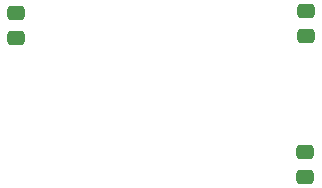
<source format=gbr>
%TF.GenerationSoftware,KiCad,Pcbnew,(6.0.5-0)*%
%TF.CreationDate,2023-04-14T17:42:22+02:00*%
%TF.ProjectId,pixel juice,70697865-6c20-46a7-9569-63652e6b6963,rev?*%
%TF.SameCoordinates,Original*%
%TF.FileFunction,Paste,Top*%
%TF.FilePolarity,Positive*%
%FSLAX46Y46*%
G04 Gerber Fmt 4.6, Leading zero omitted, Abs format (unit mm)*
G04 Created by KiCad (PCBNEW (6.0.5-0)) date 2023-04-14 17:42:22*
%MOMM*%
%LPD*%
G01*
G04 APERTURE LIST*
G04 Aperture macros list*
%AMRoundRect*
0 Rectangle with rounded corners*
0 $1 Rounding radius*
0 $2 $3 $4 $5 $6 $7 $8 $9 X,Y pos of 4 corners*
0 Add a 4 corners polygon primitive as box body*
4,1,4,$2,$3,$4,$5,$6,$7,$8,$9,$2,$3,0*
0 Add four circle primitives for the rounded corners*
1,1,$1+$1,$2,$3*
1,1,$1+$1,$4,$5*
1,1,$1+$1,$6,$7*
1,1,$1+$1,$8,$9*
0 Add four rect primitives between the rounded corners*
20,1,$1+$1,$2,$3,$4,$5,0*
20,1,$1+$1,$4,$5,$6,$7,0*
20,1,$1+$1,$6,$7,$8,$9,0*
20,1,$1+$1,$8,$9,$2,$3,0*%
G04 Aperture macros list end*
%ADD10RoundRect,0.250000X-0.475000X0.337500X-0.475000X-0.337500X0.475000X-0.337500X0.475000X0.337500X0*%
G04 APERTURE END LIST*
D10*
%TO.C,C3*%
X127850000Y-87362500D03*
X127850000Y-89437500D03*
%TD*%
%TO.C,C7*%
X103350000Y-87512500D03*
X103350000Y-89587500D03*
%TD*%
%TO.C,C4*%
X127800000Y-99275100D03*
X127800000Y-101350100D03*
%TD*%
M02*

</source>
